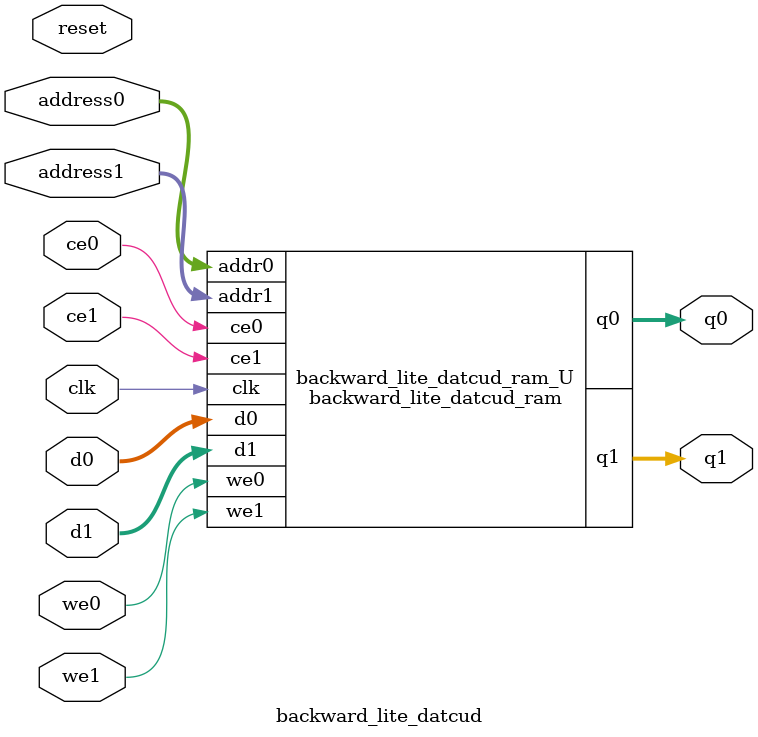
<source format=v>
`timescale 1 ns / 1 ps
module backward_lite_datcud_ram (addr0, ce0, d0, we0, q0, addr1, ce1, d1, we1, q1,  clk);

parameter DWIDTH = 32;
parameter AWIDTH = 9;
parameter MEM_SIZE = 434;

input[AWIDTH-1:0] addr0;
input ce0;
input[DWIDTH-1:0] d0;
input we0;
output reg[DWIDTH-1:0] q0;
input[AWIDTH-1:0] addr1;
input ce1;
input[DWIDTH-1:0] d1;
input we1;
output reg[DWIDTH-1:0] q1;
input clk;

(* ram_style = "block" *)reg [DWIDTH-1:0] ram[0:MEM_SIZE-1];




always @(posedge clk)  
begin 
    if (ce0) 
    begin
        if (we0) 
        begin 
            ram[addr0] <= d0; 
        end 
        q0 <= ram[addr0];
    end
end


always @(posedge clk)  
begin 
    if (ce1) 
    begin
        if (we1) 
        begin 
            ram[addr1] <= d1; 
        end 
        q1 <= ram[addr1];
    end
end


endmodule

`timescale 1 ns / 1 ps
module backward_lite_datcud(
    reset,
    clk,
    address0,
    ce0,
    we0,
    d0,
    q0,
    address1,
    ce1,
    we1,
    d1,
    q1);

parameter DataWidth = 32'd32;
parameter AddressRange = 32'd434;
parameter AddressWidth = 32'd9;
input reset;
input clk;
input[AddressWidth - 1:0] address0;
input ce0;
input we0;
input[DataWidth - 1:0] d0;
output[DataWidth - 1:0] q0;
input[AddressWidth - 1:0] address1;
input ce1;
input we1;
input[DataWidth - 1:0] d1;
output[DataWidth - 1:0] q1;



backward_lite_datcud_ram backward_lite_datcud_ram_U(
    .clk( clk ),
    .addr0( address0 ),
    .ce0( ce0 ),
    .we0( we0 ),
    .d0( d0 ),
    .q0( q0 ),
    .addr1( address1 ),
    .ce1( ce1 ),
    .we1( we1 ),
    .d1( d1 ),
    .q1( q1 ));

endmodule


</source>
